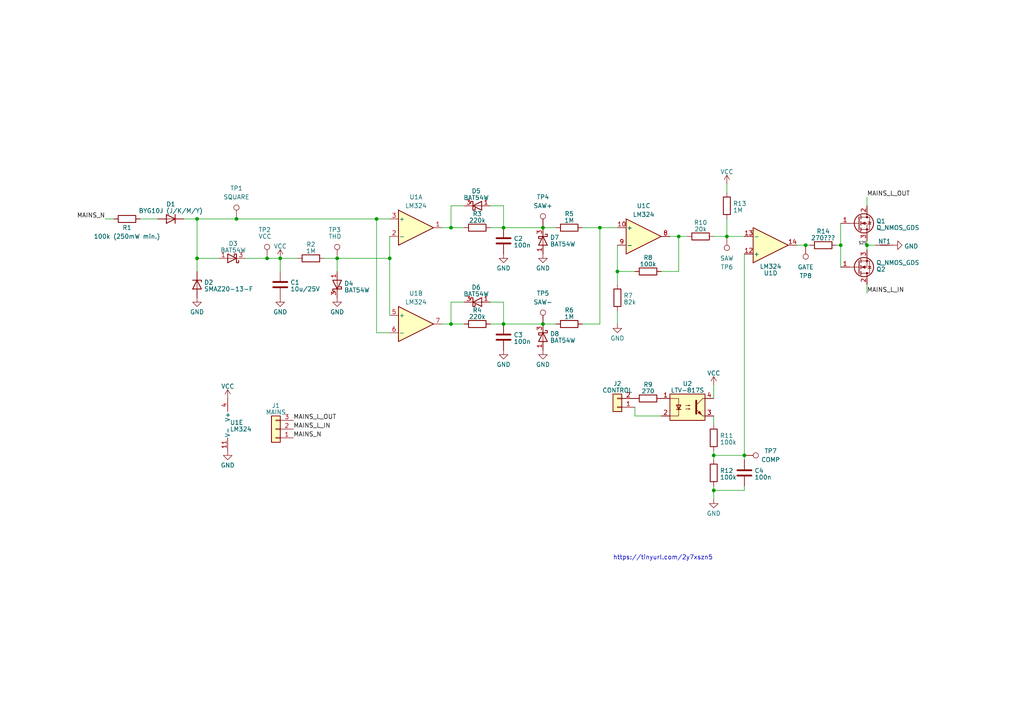
<source format=kicad_sch>
(kicad_sch (version 20230221) (generator eeschema)
  (paper "A4")
  (lib_symbols
    (symbol "Amplifier_Operational:LM324" (pin_names (offset 0.127))
      (property "Reference" "U" (at 0 5.08 0))
      (property "Value" "LM324" (at 0 -5.08 0))
      (symbol "LM324_1_1"
        (polyline (pts (xy -5.08 5.08) (xy 5.08 0) (xy -5.08 -5.08) (xy -5.08 5.08)) (stroke (width 0.254)) (fill (type background)))
        (pin output line (at 7.62 0 180) (length 2.54) (name "~") (number "1"))
        (pin input line (at -7.62 -2.54 0) (length 2.54) (name "-") (number "2"))
        (pin input line (at -7.62 2.54 0) (length 2.54) (name "+") (number "3"))
      )
      (symbol "LM324_2_1"
        (polyline (pts (xy -5.08 5.08) (xy 5.08 0) (xy -5.08 -5.08) (xy -5.08 5.08)) (stroke (width 0.254)) (fill (type background)))
        (pin input line (at -7.62 2.54 0) (length 2.54) (name "+") (number "5"))
        (pin input line (at -7.62 -2.54 0) (length 2.54) (name "-") (number "6"))
        (pin output line (at 7.62 0 180) (length 2.54) (name "~") (number "7"))
      )
      (symbol "LM324_3_1"
        (polyline (pts (xy -5.08 5.08) (xy 5.08 0) (xy -5.08 -5.08) (xy -5.08 5.08)) (stroke (width 0.254)) (fill (type background)))
        (pin input line (at -7.62 2.54 0) (length 2.54) (name "+") (number "10"))
        (pin output line (at 7.62 0 180) (length 2.54) (name "~") (number "8"))
        (pin input line (at -7.62 -2.54 0) (length 2.54) (name "-") (number "9"))
      )
      (symbol "LM324_4_1"
        (polyline (pts (xy -5.08 5.08) (xy 5.08 0) (xy -5.08 -5.08) (xy -5.08 5.08)) (stroke (width 0.254)) (fill (type background)))
        (pin input line (at -7.62 2.54 0) (length 2.54) (name "+") (number "12"))
        (pin input line (at -7.62 -2.54 0) (length 2.54) (name "-") (number "13"))
        (pin output line (at 7.62 0 180) (length 2.54) (name "~") (number "14"))
      )
      (symbol "LM324_5_1"
        (pin power_in line (at -2.54 -7.62 90) (length 3.81) (name "V-") (number "11"))
        (pin power_in line (at -2.54 7.62 270) (length 3.81) (name "V+") (number "4"))
      )
    )
    (symbol "Connector:TestPoint" (pin_numbers hide) (pin_names (offset 0.762) hide)
      (property "Reference" "TP" (at 0 6.858 0))
      (property "Value" "TestPoint" (at 0 5.08 0))
      (symbol "TestPoint_0_1"
        (circle (center 0 3.302) (radius 0.762))
      )
      (symbol "TestPoint_1_1"
        (pin passive line (at 0 0 90) (length 2.54) (name "1") (number "1"))
      )
    )
    (symbol "Connector_Generic:Conn_01x02" (pin_names (offset 1.016) hide)
      (property "Reference" "J" (at 0 2.54 0))
      (property "Value" "Conn_01x02" (at 0 -5.08 0))
      (symbol "Conn_01x02_1_1"
        (rectangle (start -1.27 -2.413) (end 0 -2.667) (stroke (width 0.1524)))
        (rectangle (start -1.27 0.127) (end 0 -0.127) (stroke (width 0.1524)))
        (rectangle (start -1.27 1.27) (end 1.27 -3.81) (stroke (width 0.254)) (fill (type background)))
        (pin passive line (at -5.08 0 0) (length 3.81) (name "Pin_1") (number "1"))
        (pin passive line (at -5.08 -2.54 0) (length 3.81) (name "Pin_2") (number "2"))
      )
    )
    (symbol "Connector_Generic:Conn_01x03" (pin_names (offset 1.016) hide)
      (property "Reference" "J" (at 0 5.08 0))
      (property "Value" "Conn_01x03" (at 0 -5.08 0))
      (symbol "Conn_01x03_1_1"
        (rectangle (start -1.27 -2.413) (end 0 -2.667) (stroke (width 0.1524)))
        (rectangle (start -1.27 0.127) (end 0 -0.127) (stroke (width 0.1524)))
        (rectangle (start -1.27 2.667) (end 0 2.413) (stroke (width 0.1524)))
        (rectangle (start -1.27 3.81) (end 1.27 -3.81) (stroke (width 0.254)) (fill (type background)))
        (pin passive line (at -5.08 2.54 0) (length 3.81) (name "Pin_1") (number "1"))
        (pin passive line (at -5.08 0 0) (length 3.81) (name "Pin_2") (number "2"))
        (pin passive line (at -5.08 -2.54 0) (length 3.81) (name "Pin_3") (number "3"))
      )
    )
    (symbol "Device:C" (pin_numbers hide) (pin_names (offset 0.254))
      (property "Reference" "C" (at 0.635 2.54 0))
      (property "Value" "C" (at 0.635 -2.54 0))
      (symbol "C_0_1"
        (polyline (pts (xy -2.032 -0.762) (xy 2.032 -0.762)) (stroke (width 0.508)))
        (polyline (pts (xy -2.032 0.762) (xy 2.032 0.762)) (stroke (width 0.508)))
      )
      (symbol "C_1_1"
        (pin passive line (at 0 3.81 270) (length 2.794) (name "~") (number "1"))
        (pin passive line (at 0 -3.81 90) (length 2.794) (name "~") (number "2"))
      )
    )
    (symbol "Device:D" (pin_numbers hide) (pin_names (offset 1.016) hide)
      (property "Reference" "D" (at 0 2.54 0))
      (property "Value" "D" (at 0 -2.54 0))
      (symbol "D_0_1"
        (polyline (pts (xy -1.27 1.27) (xy -1.27 -1.27)) (stroke (width 0.254)))
        (polyline (pts (xy 1.27 0) (xy -1.27 0)))
        (polyline (pts (xy 1.27 1.27) (xy 1.27 -1.27) (xy -1.27 0) (xy 1.27 1.27)) (stroke (width 0.254)))
      )
      (symbol "D_1_1"
        (pin passive line (at -3.81 0 0) (length 2.54) (name "K") (number "1"))
        (pin passive line (at 3.81 0 180) (length 2.54) (name "A") (number "2"))
      )
    )
    (symbol "Device:D_Zener" (pin_numbers hide) (pin_names (offset 1.016) hide)
      (property "Reference" "D" (at 0 2.54 0))
      (property "Value" "D_Zener" (at 0 -2.54 0))
      (symbol "D_Zener_0_1"
        (polyline (pts (xy 1.27 0) (xy -1.27 0)))
        (polyline (pts (xy -1.27 -1.27) (xy -1.27 1.27) (xy -0.762 1.27)) (stroke (width 0.254)))
        (polyline (pts (xy 1.27 -1.27) (xy 1.27 1.27) (xy -1.27 0) (xy 1.27 -1.27)) (stroke (width 0.254)))
      )
      (symbol "D_Zener_1_1"
        (pin passive line (at -3.81 0 0) (length 2.54) (name "K") (number "1"))
        (pin passive line (at 3.81 0 180) (length 2.54) (name "A") (number "2"))
      )
    )
    (symbol "Device:NetTie_2" (pin_numbers hide) (pin_names (offset 0) hide) (in_bom no)
      (property "Reference" "NT" (at 0 1.27 0))
      (property "Value" "NetTie_2" (at 0 -1.27 0))
      (symbol "NetTie_2_0_1"
        (polyline (pts (xy -1.27 0) (xy 1.27 0)) (stroke (width 0.254)))
      )
      (symbol "NetTie_2_1_1"
        (pin passive line (at -2.54 0 0) (length 2.54) (name "1") (number "1"))
        (pin passive line (at 2.54 0 180) (length 2.54) (name "2") (number "2"))
      )
    )
    (symbol "Device:Q_NMOS_GDS" (pin_names (offset 0) hide)
      (property "Reference" "Q" (at 5.08 1.27 0))
      (property "Value" "Q_NMOS_GDS" (at 5.08 -1.27 0))
      (symbol "Q_NMOS_GDS_0_1"
        (polyline (pts (xy 0.254 0) (xy -2.54 0)))
        (polyline (pts (xy 0.254 1.905) (xy 0.254 -1.905)) (stroke (width 0.254)))
        (polyline (pts (xy 0.762 -1.27) (xy 0.762 -2.286)) (stroke (width 0.254)))
        (polyline (pts (xy 0.762 0.508) (xy 0.762 -0.508)) (stroke (width 0.254)))
        (polyline (pts (xy 0.762 2.286) (xy 0.762 1.27)) (stroke (width 0.254)))
        (polyline (pts (xy 2.54 2.54) (xy 2.54 1.778)))
        (polyline (pts (xy 2.54 -2.54) (xy 2.54 0) (xy 0.762 0)))
        (polyline (pts (xy 0.762 -1.778) (xy 3.302 -1.778) (xy 3.302 1.778) (xy 0.762 1.778)))
        (polyline (pts (xy 1.016 0) (xy 2.032 0.381) (xy 2.032 -0.381) (xy 1.016 0)) (fill (type outline)))
        (polyline (pts (xy 2.794 0.508) (xy 2.921 0.381) (xy 3.683 0.381) (xy 3.81 0.254)))
        (polyline (pts (xy 3.302 0.381) (xy 2.921 -0.254) (xy 3.683 -0.254) (xy 3.302 0.381)))
        (circle (center 1.651 0) (radius 2.794) (stroke (width 0.254)))
        (circle (center 2.54 -1.778) (radius 0.254) (fill (type outline)))
        (circle (center 2.54 1.778) (radius 0.254) (fill (type outline)))
      )
      (symbol "Q_NMOS_GDS_1_1"
        (pin input line (at -5.08 0 0) (length 2.54) (name "G") (number "1"))
        (pin passive line (at 2.54 5.08 270) (length 2.54) (name "D") (number "2"))
        (pin passive line (at 2.54 -5.08 90) (length 2.54) (name "S") (number "3"))
      )
    )
    (symbol "Device:R" (pin_numbers hide) (pin_names (offset 0))
      (property "Reference" "R" (at 2.032 0 90))
      (property "Value" "R" (at 0 0 90))
      (symbol "R_0_1"
        (rectangle (start -1.016 -2.54) (end 1.016 2.54) (stroke (width 0.254)))
      )
      (symbol "R_1_1"
        (pin passive line (at 0 3.81 270) (length 1.27) (name "~") (number "1"))
        (pin passive line (at 0 -3.81 90) (length 1.27) (name "~") (number "2"))
      )
    )
    (symbol "Diode:BAT54W" (pin_names (offset 1.016) hide)
      (property "Reference" "D" (at 0 2.54 0))
      (property "Value" "BAT54W" (at 0 -2.54 0))
      (symbol "BAT54W_0_1"
        (polyline (pts (xy 1.27 0) (xy -1.27 0)))
        (polyline (pts (xy 1.27 1.27) (xy 1.27 -1.27) (xy -1.27 0) (xy 1.27 1.27)) (stroke (width 0.254)))
        (polyline (pts (xy -1.905 0.635) (xy -1.905 1.27) (xy -1.27 1.27) (xy -1.27 -1.27) (xy -0.635 -1.27) (xy -0.635 -0.635)) (stroke (width 0.254)))
      )
      (symbol "BAT54W_1_1"
        (pin passive line (at 3.81 0 180) (length 2.54) (name "A") (number "1"))
        (pin no_connect line (at 0 0 90) (length 2.54) hide (name "NC") (number "2"))
        (pin passive line (at -3.81 0 0) (length 2.54) (name "K") (number "3"))
      )
    )
    (symbol "Isolator:LTV-817S" (pin_names (offset 1.016))
      (property "Reference" "U" (at -3.81 5.08 0))
      (property "Value" "LTV-817S" (at 0 -5.08 0))
      (symbol "LTV-817S_1_1"
        (rectangle (start -5.08 3.81) (end 5.08 -3.81) (stroke (width 0.254)) (fill (type background)))
        (polyline (pts (xy -3.175 -0.635) (xy -1.905 -0.635)) (stroke (width 0.254)))
        (polyline (pts (xy 2.54 0.635) (xy 4.445 2.54)))
        (polyline (pts (xy 4.445 -2.54) (xy 2.54 -0.635)) (fill (type outline)))
        (polyline (pts (xy 4.445 -2.54) (xy 5.08 -2.54)))
        (polyline (pts (xy 4.445 2.54) (xy 5.08 2.54)))
        (polyline (pts (xy -5.08 2.54) (xy -2.54 2.54) (xy -2.54 -0.762)))
        (polyline (pts (xy -2.54 -0.635) (xy -2.54 -2.54) (xy -5.08 -2.54)))
        (polyline (pts (xy 2.54 1.905) (xy 2.54 -1.905) (xy 2.54 -1.905)) (stroke (width 0.508)))
        (polyline (pts (xy -2.54 -0.635) (xy -3.175 0.635) (xy -1.905 0.635) (xy -2.54 -0.635)) (stroke (width 0.254)))
        (polyline (pts (xy -0.508 -0.508) (xy 0.762 -0.508) (xy 0.381 -0.635) (xy 0.381 -0.381) (xy 0.762 -0.508)))
        (polyline (pts (xy -0.508 0.508) (xy 0.762 0.508) (xy 0.381 0.381) (xy 0.381 0.635) (xy 0.762 0.508)))
        (polyline (pts (xy 3.048 -1.651) (xy 3.556 -1.143) (xy 4.064 -2.159) (xy 3.048 -1.651) (xy 3.048 -1.651)) (fill (type outline)))
        (pin passive line (at -7.62 2.54 0) (length 2.54) (name "~") (number "1"))
        (pin passive line (at -7.62 -2.54 0) (length 2.54) (name "~") (number "2"))
        (pin passive line (at 7.62 -2.54 180) (length 2.54) (name "~") (number "3"))
        (pin passive line (at 7.62 2.54 180) (length 2.54) (name "~") (number "4"))
      )
    )
    (symbol "power:GND" (power) (pin_names (offset 0))
      (property "Value" "GND" (at 0 -3.81 0))
      (symbol "GND_0_1"
        (polyline (pts (xy 0 0) (xy 0 -1.27) (xy 1.27 -1.27) (xy 0 -2.54) (xy -1.27 -1.27) (xy 0 -1.27)))
      )
      (symbol "GND_1_1"
        (pin power_in line (at 0 0 270) (length 0) hide (name "GND") (number "1"))
      )
    )
    (symbol "power:VCC" (power) (pin_names (offset 0))
      (property "Value" "VCC" (at 0 3.81 0))
      (symbol "VCC_0_1"
        (polyline (pts (xy -0.762 1.27) (xy 0 2.54)))
        (polyline (pts (xy 0 0) (xy 0 2.54)))
        (polyline (pts (xy 0 2.54) (xy 0.762 1.27)))
      )
      (symbol "VCC_1_1"
        (pin power_in line (at 0 0 90) (length 0) hide (name "VCC") (number "1"))
      )
    )
  )
  (junction (at 130.81 66.04))
  (junction (at 113.03 74.93))
  (junction (at 173.99 66.04))
  (junction (at 146.05 66.04))
  (junction (at 81.28 74.93))
  (junction (at 57.15 74.93))
  (junction (at 157.48 93.98))
  (junction (at 207.01 142.24))
  (junction (at 251.46 71.12))
  (junction (at 243.84 71.12))
  (junction (at 207.01 132.08))
  (junction (at 233.68 71.12))
  (junction (at 68.58 63.5))
  (junction (at 215.9 132.08))
  (junction (at 196.85 68.58))
  (junction (at 130.81 93.98))
  (junction (at 97.79 74.93))
  (junction (at 210.82 68.58))
  (junction (at 109.22 63.5))
  (junction (at 57.15 63.5))
  (junction (at 157.48 66.04))
  (junction (at 179.07 78.74))
  (junction (at 77.47 74.93))
  (junction (at 146.05 93.98))
  (wire (pts (xy 215.9 142.24) (xy 207.01 142.24)))
  (wire (pts (xy 207.01 133.35) (xy 207.01 132.08)))
  (wire (pts (xy 130.81 93.98) (xy 134.62 93.98)))
  (wire (pts (xy 146.05 66.04) (xy 157.48 66.04)))
  (wire (pts (xy 57.15 63.5) (xy 68.58 63.5)))
  (wire (pts (xy 207.01 142.24) (xy 207.01 140.97)))
  (wire (pts (xy 210.82 53.34) (xy 210.82 55.88)))
  (wire (pts (xy 68.58 63.5) (xy 109.22 63.5)))
  (wire (pts (xy 207.01 132.08) (xy 207.01 130.81)))
  (wire (pts (xy 97.79 74.93) (xy 97.79 78.74)))
  (wire (pts (xy 243.84 64.77) (xy 243.84 71.12)))
  (wire (pts (xy 196.85 78.74) (xy 196.85 68.58)))
  (wire (pts (xy 196.85 68.58) (xy 199.39 68.58)))
  (wire (pts (xy 142.24 59.69) (xy 146.05 59.69)))
  (wire (pts (xy 146.05 93.98) (xy 157.48 93.98)))
  (wire (pts (xy 130.81 66.04) (xy 128.27 66.04)))
  (wire (pts (xy 71.12 74.93) (xy 77.47 74.93)))
  (wire (pts (xy 130.81 59.69) (xy 130.81 66.04)))
  (wire (pts (xy 157.48 66.04) (xy 161.29 66.04)))
  (wire (pts (xy 77.47 74.93) (xy 81.28 74.93)))
  (wire (pts (xy 157.48 93.98) (xy 161.29 93.98)))
  (wire (pts (xy 97.79 74.93) (xy 113.03 74.93)))
  (wire (pts (xy 207.01 68.58) (xy 210.82 68.58)))
  (wire (pts (xy 215.9 140.97) (xy 215.9 142.24)))
  (wire (pts (xy 142.24 66.04) (xy 146.05 66.04)))
  (wire (pts (xy 207.01 123.19) (xy 207.01 120.65)))
  (wire (pts (xy 134.62 87.63) (xy 130.81 87.63)))
  (wire (pts (xy 184.15 118.11) (xy 184.15 120.65)))
  (wire (pts (xy 184.15 120.65) (xy 191.77 120.65)))
  (wire (pts (xy 231.14 71.12) (xy 233.68 71.12)))
  (wire (pts (xy 134.62 59.69) (xy 130.81 59.69)))
  (wire (pts (xy 173.99 66.04) (xy 179.07 66.04)))
  (wire (pts (xy 81.28 74.93) (xy 81.28 78.74)))
  (wire (pts (xy 242.57 71.12) (xy 243.84 71.12)))
  (wire (pts (xy 210.82 68.58) (xy 215.9 68.58)))
  (wire (pts (xy 251.46 71.12) (xy 251.46 72.39)))
  (wire (pts (xy 40.64 63.5) (xy 45.72 63.5)))
  (wire (pts (xy 207.01 111.76) (xy 207.01 115.57)))
  (wire (pts (xy 57.15 74.93) (xy 63.5 74.93)))
  (wire (pts (xy 130.81 87.63) (xy 130.81 93.98)))
  (wire (pts (xy 57.15 63.5) (xy 57.15 74.93)))
  (wire (pts (xy 130.81 66.04) (xy 134.62 66.04)))
  (wire (pts (xy 233.68 71.12) (xy 234.95 71.12)))
  (wire (pts (xy 251.46 71.12) (xy 254 71.12)))
  (wire (pts (xy 173.99 66.04) (xy 173.99 93.98)))
  (wire (pts (xy 207.01 144.78) (xy 207.01 142.24)))
  (wire (pts (xy 146.05 59.69) (xy 146.05 66.04)))
  (wire (pts (xy 146.05 87.63) (xy 146.05 93.98)))
  (wire (pts (xy 113.03 68.58) (xy 113.03 74.93)))
  (wire (pts (xy 93.98 74.93) (xy 97.79 74.93)))
  (wire (pts (xy 179.07 78.74) (xy 179.07 82.55)))
  (wire (pts (xy 168.91 93.98) (xy 173.99 93.98)))
  (wire (pts (xy 109.22 63.5) (xy 113.03 63.5)))
  (wire (pts (xy 168.91 66.04) (xy 173.99 66.04)))
  (wire (pts (xy 142.24 87.63) (xy 146.05 87.63)))
  (wire (pts (xy 179.07 71.12) (xy 179.07 78.74)))
  (wire (pts (xy 215.9 73.66) (xy 215.9 132.08)))
  (wire (pts (xy 113.03 96.52) (xy 109.22 96.52)))
  (wire (pts (xy 179.07 90.17) (xy 179.07 93.98)))
  (wire (pts (xy 251.46 57.15) (xy 251.46 59.69)))
  (wire (pts (xy 251.46 82.55) (xy 251.46 85.09)))
  (wire (pts (xy 81.28 74.93) (xy 86.36 74.93)))
  (wire (pts (xy 30.48 63.5) (xy 33.02 63.5)))
  (wire (pts (xy 251.46 69.85) (xy 251.46 71.12)))
  (wire (pts (xy 194.31 68.58) (xy 196.85 68.58)))
  (wire (pts (xy 215.9 133.35) (xy 215.9 132.08)))
  (wire (pts (xy 142.24 93.98) (xy 146.05 93.98)))
  (wire (pts (xy 179.07 78.74) (xy 184.15 78.74)))
  (wire (pts (xy 191.77 78.74) (xy 196.85 78.74)))
  (wire (pts (xy 53.34 63.5) (xy 57.15 63.5)))
  (wire (pts (xy 243.84 71.12) (xy 243.84 77.47)))
  (wire (pts (xy 109.22 63.5) (xy 109.22 96.52)))
  (wire (pts (xy 130.81 93.98) (xy 128.27 93.98)))
  (wire (pts (xy 57.15 74.93) (xy 57.15 78.74)))
  (wire (pts (xy 210.82 63.5) (xy 210.82 68.58)))
  (wire (pts (xy 215.9 132.08) (xy 207.01 132.08)))
  (wire (pts (xy 113.03 74.93) (xy 113.03 91.44)))
  (text "https://tinyurl.com/2y7xszn5" (at 177.8 162.56 0) (effects (font (size 1.27 1.27)) (justify left bottom)))
  (label "MAINS_N" (at 30.48 63.5 180))
  (label "MAINS_L_IN" (at 85.09 124.46 0))
  (label "MAINS_L_OUT" (at 251.46 57.15 0))
  (label "S2S" (at 251.46 71.12 180) (effects (font (size 0.8 0.8))))
  (label "MAINS_N" (at 85.09 127 0))
  (label "MAINS_L_IN" (at 251.46 85.09 0))
  (label "MAINS_L_OUT" (at 85.09 121.92 0))
  (symbol (lib_id "Diode:BAT54W") (at 138.43 59.69 0) (unit 1)
    (property "Reference" "D5" (at 138.1125 55.4101 0))
    (property "Value" "BAT54W" (at 138.1125 57.3311 0))
    (property "Footprint" "Package_TO_SOT_SMD:SOT-323_SC-70" (effects hide))
    (property "Datasheet" "https://assets.nexperia.com/documents/data-sheet/BAT54W_SER.pdf" (effects hide))
  )
  (symbol (lib_id "Connector_Generic:Conn_01x02") (at 179.07 118.11 180) (unit 1)
    (property "Reference" "J2" (at 179.07 111.2901 0))
    (property "Value" "CONTROL" (at 179.07 113.2111 0))
    (property "Footprint" "Drake:DG301-5.0-02" (effects hide))
  )
  (symbol (lib_id "Device:C") (at 146.05 69.85 0) (unit 1)
    (property "Reference" "C2" (at 148.971 69.2063 0) (effects (justify left)))
    (property "Value" "100n" (at 148.971 71.1273 0) (effects (justify left)))
    (property "Footprint" "Capacitor_SMD:C_0805_2012Metric_Pad1.18x1.45mm_HandSolder" (effects hide))
  )
  (symbol (lib_id "power:GND") (at 179.07 93.98 0) (unit 1)
    (property "Reference" "#PWR011" (effects hide))
    (property "Value" "GND" (at 179.07 98.1155 0))
  )
  (symbol (lib_id "Connector:TestPoint") (at 97.79 74.93 0) (unit 1)
    (property "Reference" "TP3" (at 95.25 66.659 0) (effects (justify left)))
    (property "Value" "THD" (at 95.25 68.58 0) (effects (justify left)))
    (property "Footprint" "TestPoint:TestPoint_Pad_D3.0mm" (effects hide))
  )
  (symbol (lib_id "power:GND") (at 259.08 71.12 90) (unit 1)
    (property "Reference" "#PWR015" (effects hide))
    (property "Value" "GND" (at 262.255 71.4368 90) (effects (justify right)))
  )
  (symbol (lib_id "Device:NetTie_2") (at 256.54 71.12 0) (unit 1) (in_bom no)
    (property "Reference" "NT1" (at 256.54 70.0311 0))
    (property "Value" "NetTie_2" (effects hide))
    (property "Footprint" "NetTie:NetTie-2_THT_Pad0.3mm" (effects hide))
  )
  (symbol (lib_id "Connector:TestPoint") (at 157.48 93.98 0) (unit 1)
    (property "Reference" "TP5" (at 157.48 85.09 0))
    (property "Value" "SAW-" (at 157.48 87.63 0))
    (property "Footprint" "TestPoint:TestPoint_Pad_D3.0mm" (effects hide))
  )
  (symbol (lib_id "power:GND") (at 97.79 86.36 0) (unit 1)
    (property "Reference" "#PWR06" (effects hide))
    (property "Value" "GND" (at 97.79 90.4955 0))
  )
  (symbol (lib_id "power:GND") (at 57.15 86.36 0) (unit 1)
    (property "Reference" "#PWR01" (effects hide))
    (property "Value" "GND" (at 57.15 90.4955 0))
  )
  (symbol (lib_id "Amplifier_Operational:LM324") (at 186.69 68.58 0) (unit 3)
    (property "Reference" "U1" (at 186.69 59.69 0))
    (property "Value" "LM324" (at 186.69 62.23 0))
    (property "Footprint" "Package_SO:SOIC-14_3.9x8.7mm_P1.27mm" (effects hide))
    (property "Datasheet" "http://www.ti.com/lit/ds/symlink/lm2902-n.pdf" (effects hide))
  )
  (symbol (lib_id "power:GND") (at 157.48 73.66 0) (unit 1)
    (property "Reference" "#PWR09" (effects hide))
    (property "Value" "GND" (at 157.48 77.7955 0))
  )
  (symbol (lib_id "Isolator:LTV-817S") (at 199.39 118.11 0) (unit 1)
    (property "Reference" "U2" (at 199.39 111.2901 0))
    (property "Value" "LTV-817S" (at 199.39 113.2111 0))
    (property "Footprint" "Package_DIP:SMDIP-4_W9.53mm" (effects hide))
    (property "Datasheet" "http://www.us.liteon.com/downloads/LTV-817-827-847.PDF" (effects hide))
  )
  (symbol (lib_id "power:GND") (at 157.48 101.6 0) (unit 1)
    (property "Reference" "#PWR010" (effects hide))
    (property "Value" "GND" (at 157.48 105.7355 0))
  )
  (symbol (lib_id "Device:R") (at 36.83 63.5 90) (unit 1)
    (property "Reference" "R1" (at 36.83 66.04 90))
    (property "Value" "100k (250mW min.)" (at 36.83 68.58 90))
    (property "Footprint" "Resistor_SMD:R_1206_3216Metric_Pad1.30x1.75mm_HandSolder" (effects hide))
  )
  (symbol (lib_id "Device:R") (at 238.76 71.12 90) (unit 1)
    (property "Reference" "R14" (at 238.76 67.0941 90))
    (property "Value" "270???" (at 238.76 69.0151 90))
    (property "Footprint" "Resistor_SMD:R_0805_2012Metric_Pad1.20x1.40mm_HandSolder" (effects hide))
  )
  (symbol (lib_id "Device:R") (at 138.43 66.04 90) (unit 1)
    (property "Reference" "R3" (at 138.43 62.0141 90))
    (property "Value" "220k" (at 138.43 63.9351 90))
    (property "Footprint" "Resistor_SMD:R_0805_2012Metric_Pad1.20x1.40mm_HandSolder" (effects hide))
  )
  (symbol (lib_id "Device:Q_NMOS_GDS") (at 248.92 77.47 0) (mirror x) (unit 1)
    (property "Reference" "Q2" (at 254.127 78.1137 0) (effects (justify left)))
    (property "Value" "Q_NMOS_GDS" (at 254.127 76.1927 0) (effects (justify left)))
    (property "Footprint" "Package_TO_SOT_SMD:TO-263-2" (effects hide))
    (property "Datasheet" "https://www.tme.eu/Document/a08e637d43f0a743341234c2c7a9a8e8/WMx38N60C2.pdf" (effects hide))
  )
  (symbol (lib_id "Device:R") (at 203.2 68.58 90) (unit 1)
    (property "Reference" "R10" (at 203.2 64.5541 90))
    (property "Value" "20k" (at 203.2 66.4751 90))
    (property "Footprint" "Resistor_SMD:R_0805_2012Metric_Pad1.20x1.40mm_HandSolder" (effects hide))
  )
  (symbol (lib_id "Device:D_Zener") (at 57.15 82.55 270) (unit 1)
    (property "Reference" "D2" (at 59.182 81.9063 90) (effects (justify left)))
    (property "Value" "SMAZ20-13-F" (at 59.182 83.8273 90) (effects (justify left)))
    (property "Footprint" "Diode_SMD:D_SMA_Handsoldering" (effects hide))
    (property "Datasheet" "https://www.tme.eu/Document/834adb1f38dda1a8a8e74929a7ec261d/SMAZx-13-F.pdf" (effects hide))
  )
  (symbol (lib_id "power:GND") (at 66.04 130.81 0) (unit 1)
    (property "Reference" "#PWR03" (effects hide))
    (property "Value" "GND" (at 66.04 134.9455 0))
  )
  (symbol (lib_id "Amplifier_Operational:LM324") (at 223.52 71.12 0) (mirror x) (unit 4)
    (property "Reference" "U1" (at 223.52 79.2099 0))
    (property "Value" "LM324" (at 223.52 77.2889 0))
    (property "Footprint" "Package_SO:SOIC-14_3.9x8.7mm_P1.27mm" (effects hide))
    (property "Datasheet" "http://www.ti.com/lit/ds/symlink/lm2902-n.pdf" (effects hide))
  )
  (symbol (lib_id "Connector:TestPoint") (at 233.68 71.12 180) (unit 1)
    (property "Reference" "TP8" (at 233.68 80.01 0))
    (property "Value" "GATE" (at 233.68 77.47 0))
    (property "Footprint" "TestPoint:TestPoint_Pad_D3.0mm" (effects hide))
  )
  (symbol (lib_id "Diode:BAT54W") (at 97.79 82.55 90) (unit 1)
    (property "Reference" "D4" (at 99.822 82.2238 90) (effects (justify right)))
    (property "Value" "BAT54W" (at 99.822 84.1448 90) (effects (justify right)))
    (property "Footprint" "Package_TO_SOT_SMD:SOT-323_SC-70" (effects hide))
    (property "Datasheet" "https://assets.nexperia.com/documents/data-sheet/BAT54W_SER.pdf" (effects hide))
  )
  (symbol (lib_id "Connector:TestPoint") (at 215.9 132.08 270) (unit 1)
    (property "Reference" "TP7" (at 223.52 130.81 90))
    (property "Value" "COMP" (at 223.52 133.35 90))
    (property "Footprint" "TestPoint:TestPoint_Pad_D3.0mm" (effects hide))
  )
  (symbol (lib_id "Connector:TestPoint") (at 157.48 66.04 0) (unit 1)
    (property "Reference" "TP4" (at 157.48 57.15 0))
    (property "Value" "SAW+" (at 157.48 59.69 0))
    (property "Footprint" "TestPoint:TestPoint_Pad_D3.0mm" (effects hide))
  )
  (symbol (lib_id "Diode:BAT54W") (at 157.48 97.79 270) (unit 1)
    (property "Reference" "D8" (at 159.512 96.8288 90) (effects (justify left)))
    (property "Value" "BAT54W" (at 159.512 98.7498 90) (effects (justify left)))
    (property "Footprint" "Package_TO_SOT_SMD:SOT-323_SC-70" (effects hide))
    (property "Datasheet" "https://assets.nexperia.com/documents/data-sheet/BAT54W_SER.pdf" (effects hide))
  )
  (symbol (lib_id "Device:R") (at 207.01 127 180) (unit 1)
    (property "Reference" "R11" (at 208.788 126.3563 0) (effects (justify right)))
    (property "Value" "100k" (at 208.788 128.2773 0) (effects (justify right)))
    (property "Footprint" "Resistor_SMD:R_0805_2012Metric_Pad1.20x1.40mm_HandSolder" (effects hide))
  )
  (symbol (lib_id "Device:R") (at 179.07 86.36 180) (unit 1)
    (property "Reference" "R7" (at 180.848 85.7163 0) (effects (justify right)))
    (property "Value" "82k" (at 180.848 87.6373 0) (effects (justify right)))
    (property "Footprint" "Resistor_SMD:R_0805_2012Metric_Pad1.20x1.40mm_HandSolder" (effects hide))
  )
  (symbol (lib_id "Device:R") (at 207.01 137.16 180) (unit 1)
    (property "Reference" "R12" (at 208.788 136.5163 0) (effects (justify right)))
    (property "Value" "100k" (at 208.788 138.4373 0) (effects (justify right)))
    (property "Footprint" "Resistor_SMD:R_0805_2012Metric_Pad1.20x1.40mm_HandSolder" (effects hide))
  )
  (symbol (lib_id "Device:D") (at 49.53 63.5 180) (unit 1)
    (property "Reference" "D1" (at 49.53 59.2201 0))
    (property "Value" "BYG10J (J/K/M/Y)" (at 49.53 61.1411 0))
    (property "Footprint" "Diode_SMD:D_SMA_Handsoldering" (effects hide))
    (property "Datasheet" "https://www.tme.eu/Document/801bd0dd601207ce6648987c12c4a9ff/byg10d.pdf" (effects hide))
    (property "Sim.Device" "D" (effects hide))
    (property "Sim.Pins" "1=K 2=A" (effects hide))
  )
  (symbol (lib_id "Device:C") (at 215.9 137.16 0) (unit 1)
    (property "Reference" "C4" (at 218.821 136.5163 0) (effects (justify left)))
    (property "Value" "100n" (at 218.821 138.4373 0) (effects (justify left)))
    (property "Footprint" "Capacitor_SMD:C_0805_2012Metric_Pad1.18x1.45mm_HandSolder" (effects hide))
  )
  (symbol (lib_id "Device:R") (at 90.17 74.93 90) (unit 1)
    (property "Reference" "R2" (at 90.17 70.9041 90))
    (property "Value" "1M" (at 90.17 72.8251 90))
    (property "Footprint" "Resistor_SMD:R_0805_2012Metric_Pad1.20x1.40mm_HandSolder" (effects hide))
  )
  (symbol (lib_id "power:GND") (at 81.28 86.36 0) (unit 1)
    (property "Reference" "#PWR05" (effects hide))
    (property "Value" "GND" (at 81.28 90.4955 0))
  )
  (symbol (lib_id "Diode:BAT54W") (at 138.43 87.63 0) (unit 1)
    (property "Reference" "D6" (at 138.1125 83.3501 0))
    (property "Value" "BAT54W" (at 138.1125 85.2711 0))
    (property "Footprint" "Package_TO_SOT_SMD:SOT-323_SC-70" (effects hide))
    (property "Datasheet" "https://assets.nexperia.com/documents/data-sheet/BAT54W_SER.pdf" (effects hide))
  )
  (symbol (lib_id "Device:R") (at 210.82 59.69 180) (unit 1)
    (property "Reference" "R13" (at 212.598 59.0463 0) (effects (justify right)))
    (property "Value" "1M" (at 212.598 60.9673 0) (effects (justify right)))
    (property "Footprint" "Resistor_SMD:R_0805_2012Metric_Pad1.20x1.40mm_HandSolder" (effects hide))
  )
  (symbol (lib_id "Device:R") (at 187.96 78.74 90) (unit 1)
    (property "Reference" "R8" (at 187.96 74.7141 90))
    (property "Value" "100k" (at 187.96 76.6351 90))
    (property "Footprint" "Resistor_SMD:R_0805_2012Metric_Pad1.20x1.40mm_HandSolder" (effects hide))
  )
  (symbol (lib_id "Amplifier_Operational:LM324") (at 120.65 93.98 0) (unit 2)
    (property "Reference" "U1" (at 120.65 85.09 0))
    (property "Value" "LM324" (at 120.65 87.63 0))
    (property "Footprint" "Package_SO:SOIC-14_3.9x8.7mm_P1.27mm" (effects hide))
    (property "Datasheet" "http://www.ti.com/lit/ds/symlink/lm2902-n.pdf" (effects hide))
  )
  (symbol (lib_id "Device:R") (at 165.1 93.98 90) (unit 1)
    (property "Reference" "R6" (at 165.1 89.9541 90))
    (property "Value" "1M" (at 165.1 91.8751 90))
    (property "Footprint" "Resistor_SMD:R_0805_2012Metric_Pad1.20x1.40mm_HandSolder" (effects hide))
  )
  (symbol (lib_id "Diode:BAT54W") (at 157.48 69.85 270) (unit 1)
    (property "Reference" "D7" (at 159.512 68.8888 90) (effects (justify left)))
    (property "Value" "BAT54W" (at 159.512 70.8098 90) (effects (justify left)))
    (property "Footprint" "Package_TO_SOT_SMD:SOT-323_SC-70" (effects hide))
    (property "Datasheet" "https://assets.nexperia.com/documents/data-sheet/BAT54W_SER.pdf" (effects hide))
  )
  (symbol (lib_id "power:VCC") (at 81.28 74.93 0) (unit 1)
    (property "Reference" "#PWR04" (effects hide))
    (property "Value" "VCC" (at 81.28 71.4281 0))
  )
  (symbol (lib_id "Device:C") (at 146.05 97.79 0) (unit 1)
    (property "Reference" "C3" (at 148.971 97.1463 0) (effects (justify left)))
    (property "Value" "100n" (at 148.971 99.0673 0) (effects (justify left)))
    (property "Footprint" "Capacitor_SMD:C_0805_2012Metric_Pad1.18x1.45mm_HandSolder" (effects hide))
  )
  (symbol (lib_id "power:VCC") (at 210.82 53.34 0) (unit 1)
    (property "Reference" "#PWR014" (effects hide))
    (property "Value" "VCC" (at 210.82 49.8381 0))
  )
  (symbol (lib_id "power:GND") (at 207.01 144.78 0) (unit 1)
    (property "Reference" "#PWR013" (effects hide))
    (property "Value" "GND" (at 207.01 148.9155 0))
  )
  (symbol (lib_id "Connector_Generic:Conn_01x03") (at 80.01 124.46 180) (unit 1)
    (property "Reference" "J1" (at 80.01 117.6401 0))
    (property "Value" "MAINS" (at 80.01 119.5611 0))
    (property "Footprint" "Drake:HB-9500-3P" (effects hide))
  )
  (symbol (lib_id "Device:R") (at 138.43 93.98 90) (unit 1)
    (property "Reference" "R4" (at 138.43 89.9541 90))
    (property "Value" "220k" (at 138.43 91.8751 90))
    (property "Footprint" "Resistor_SMD:R_0805_2012Metric_Pad1.20x1.40mm_HandSolder" (effects hide))
  )
  (symbol (lib_id "Connector:TestPoint") (at 68.58 63.5 0) (unit 1)
    (property "Reference" "TP1" (at 68.58 54.61 0))
    (property "Value" "SQUARE" (at 68.58 57.15 0))
    (property "Footprint" "TestPoint:TestPoint_Pad_D3.0mm" (effects hide))
  )
  (symbol (lib_id "power:VCC") (at 207.01 111.76 0) (unit 1)
    (property "Reference" "#PWR012" (effects hide))
    (property "Value" "VCC" (at 207.01 108.2581 0))
  )
  (symbol (lib_id "Amplifier_Operational:LM324") (at 68.58 123.19 0) (unit 5)
    (property "Reference" "U1" (at 66.675 122.5463 0) (effects (justify left)))
    (property "Value" "LM324" (at 66.675 124.4673 0) (effects (justify left)))
    (property "Footprint" "Package_SO:SOIC-14_3.9x8.7mm_P1.27mm" (effects hide))
    (property "Datasheet" "http://www.ti.com/lit/ds/symlink/lm2902-n.pdf" (effects hide))
  )
  (symbol (lib_id "power:GND") (at 146.05 101.6 0) (unit 1)
    (property "Reference" "#PWR08" (effects hide))
    (property "Value" "GND" (at 146.05 105.7355 0))
  )
  (symbol (lib_id "Device:R") (at 165.1 66.04 90) (unit 1)
    (property "Reference" "R5" (at 165.1 62.0141 90))
    (property "Value" "1M" (at 165.1 63.9351 90))
    (property "Footprint" "Resistor_SMD:R_0805_2012Metric_Pad1.20x1.40mm_HandSolder" (effects hide))
  )
  (symbol (lib_id "power:GND") (at 146.05 73.66 0) (unit 1)
    (property "Reference" "#PWR07" (effects hide))
    (property "Value" "GND" (at 146.05 77.7955 0))
  )
  (symbol (lib_id "Connector:TestPoint") (at 210.82 68.58 180) (unit 1)
    (property "Reference" "TP6" (at 210.82 77.47 0))
    (property "Value" "SAW" (at 210.82 74.93 0))
    (property "Footprint" "TestPoint:TestPoint_Pad_D3.0mm" (effects hide))
  )
  (symbol (lib_id "Device:R") (at 187.96 115.57 90) (unit 1)
    (property "Reference" "R9" (at 187.96 111.5441 90))
    (property "Value" "270" (at 187.96 113.4651 90))
    (property "Footprint" "Resistor_SMD:R_0805_2012Metric_Pad1.20x1.40mm_HandSolder" (effects hide))
  )
  (symbol (lib_id "Amplifier_Operational:LM324") (at 120.65 66.04 0) (unit 1)
    (property "Reference" "U1" (at 120.65 57.15 0))
    (property "Value" "LM324" (at 120.65 59.69 0))
    (property "Footprint" "Package_SO:SOIC-14_3.9x8.7mm_P1.27mm" (effects hide))
    (property "Datasheet" "http://www.ti.com/lit/ds/symlink/lm2902-n.pdf" (effects hide))
  )
  (symbol (lib_id "Device:C") (at 81.28 82.55 0) (unit 1)
    (property "Reference" "C1" (at 84.201 81.9063 0) (effects (justify left)))
    (property "Value" "10u/25V" (at 84.201 83.8273 0) (effects (justify left)))
    (property "Footprint" "Capacitor_SMD:C_0805_2012Metric_Pad1.18x1.45mm_HandSolder" (effects hide))
  )
  (symbol (lib_id "Diode:BAT54W") (at 67.31 74.93 180) (unit 1)
    (property "Reference" "D3" (at 67.6275 70.6501 0))
    (property "Value" "BAT54W" (at 67.6275 72.5711 0))
    (property "Footprint" "Package_TO_SOT_SMD:SOT-323_SC-70" (effects hide))
    (property "Datasheet" "https://assets.nexperia.com/documents/data-sheet/BAT54W_SER.pdf" (effects hide))
  )
  (symbol (lib_id "power:VCC") (at 66.04 115.57 0) (unit 1)
    (property "Reference" "#PWR02" (effects hide))
    (property "Value" "VCC" (at 66.04 112.0681 0))
  )
  (symbol (lib_id "Connector:TestPoint") (at 77.47 74.93 0) (unit 1)
    (property "Reference" "TP2" (at 74.93 66.659 0) (effects (justify left)))
    (property "Value" "VCC" (at 74.93 68.58 0) (effects (justify left)))
    (property "Footprint" "TestPoint:TestPoint_Pad_D3.0mm" (effects hide))
  )
  (symbol (lib_id "Device:Q_NMOS_GDS") (at 248.92 64.77 0) (unit 1)
    (property "Reference" "Q1" (at 254.127 64.1263 0) (effects (justify left)))
    (property "Value" "Q_NMOS_GDS" (at 254.127 66.0473 0) (effects (justify left)))
    (property "Footprint" "Package_TO_SOT_SMD:TO-263-2" (effects hide))
    (property "Datasheet" "https://www.tme.eu/Document/a08e637d43f0a743341234c2c7a9a8e8/WMx38N60C2.pdf" (effects hide))
  )
)
</source>
